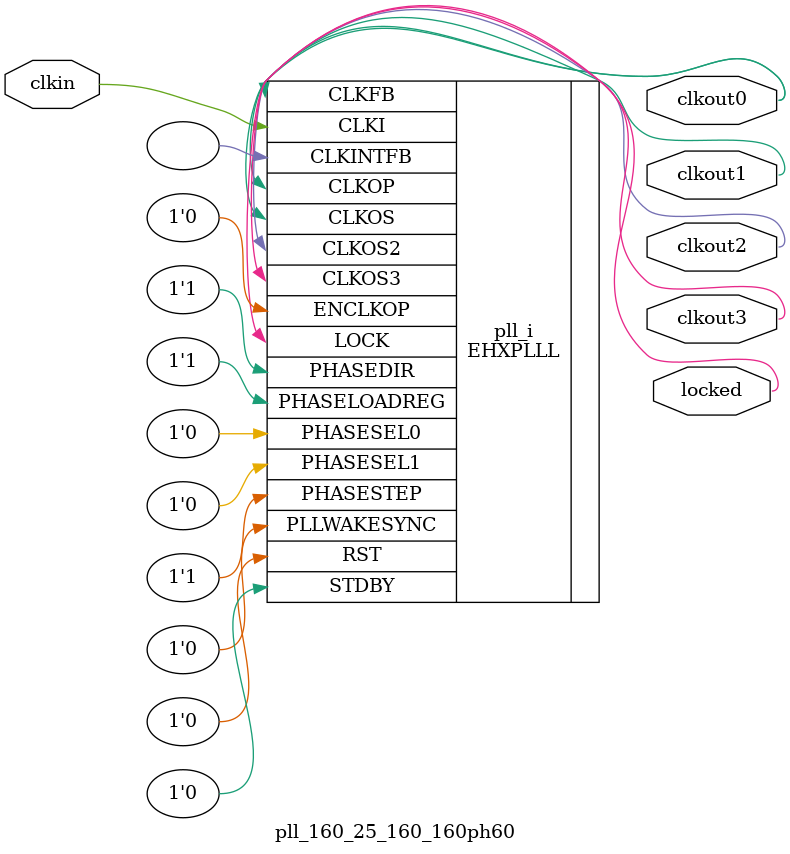
<source format=v>
module pll_160_25_160_160ph60
(
    input clkin, // 25 MHz, 0 deg
    output clkout0, // 160 MHz, 0 deg
    output clkout1, // 25.6 MHz, 0 deg
    output clkout2, // 160 MHz, 0 deg
    output clkout3, // 160 MHz, 56.25 deg
    output locked
);
(* FREQUENCY_PIN_CLKI="25" *)
(* FREQUENCY_PIN_CLKOP="160" *)
(* FREQUENCY_PIN_CLKOS="25.6" *)
(* FREQUENCY_PIN_CLKOS2="160" *)
(* FREQUENCY_PIN_CLKOS3="160" *)
(* ICP_CURRENT="12" *) (* LPF_RESISTOR="8" *) (* MFG_ENABLE_FILTEROPAMP="1" *) (* MFG_GMCREF_SEL="2" *)
EHXPLLL #(
        .PLLRST_ENA("DISABLED"),
        .INTFB_WAKE("DISABLED"),
        .STDBY_ENABLE("DISABLED"),
        .DPHASE_SOURCE("DISABLED"),
        .OUTDIVIDER_MUXA("DIVA"),
        .OUTDIVIDER_MUXB("DIVB"),
        .OUTDIVIDER_MUXC("DIVC"),
        .OUTDIVIDER_MUXD("DIVD"),
        .CLKI_DIV(5),
        .CLKOP_ENABLE("ENABLED"),
        .CLKOP_DIV(4),
        .CLKOP_CPHASE(2),
        .CLKOP_FPHASE(0),
        .CLKOS_ENABLE("ENABLED"),
        .CLKOS_DIV(25),
        .CLKOS_CPHASE(2),
        .CLKOS_FPHASE(0),
        .CLKOS2_ENABLE("ENABLED"),
        .CLKOS2_DIV(4),
        .CLKOS2_CPHASE(2),
        .CLKOS2_FPHASE(0),
        .CLKOS3_ENABLE("ENABLED"),
        .CLKOS3_DIV(4),
        .CLKOS3_CPHASE(2),
        .CLKOS3_FPHASE(5),
        .FEEDBK_PATH("CLKOP"),
        .CLKFB_DIV(32)
    ) pll_i (
        .RST(1'b0),
        .STDBY(1'b0),
        .CLKI(clkin),
        .CLKOP(clkout0),
        .CLKOS(clkout1),
        .CLKOS2(clkout2),
        .CLKOS3(clkout3),
        .CLKFB(clkout0),
        .CLKINTFB(),
        .PHASESEL0(1'b0),
        .PHASESEL1(1'b0),
        .PHASEDIR(1'b1),
        .PHASESTEP(1'b1),
        .PHASELOADREG(1'b1),
        .PLLWAKESYNC(1'b0),
        .ENCLKOP(1'b0),
        .LOCK(locked)
	);
endmodule

</source>
